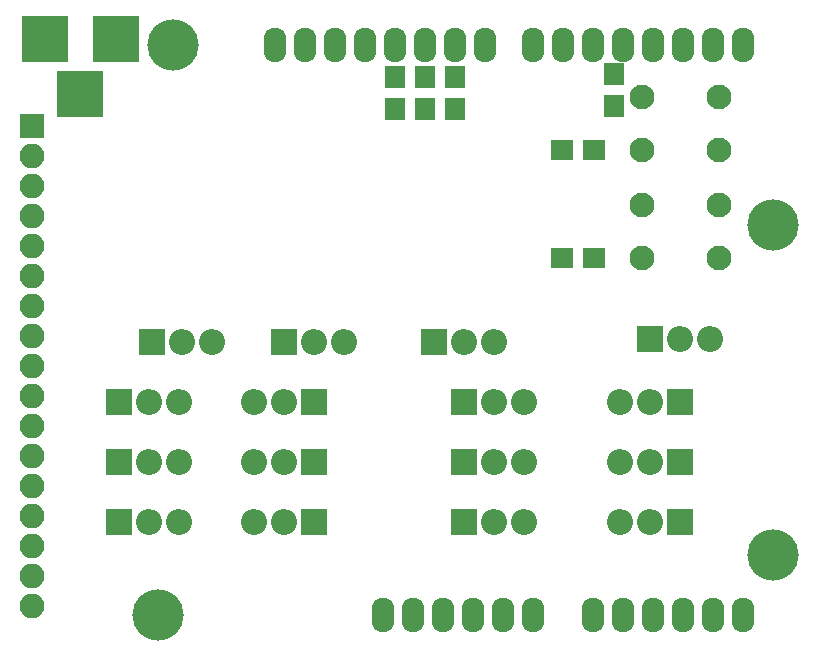
<source format=gbr>
G04 #@! TF.FileFunction,Soldermask,Top*
%FSLAX46Y46*%
G04 Gerber Fmt 4.6, Leading zero omitted, Abs format (unit mm)*
G04 Created by KiCad (PCBNEW 4.0.6) date 01/15/18 08:07:31*
%MOMM*%
%LPD*%
G01*
G04 APERTURE LIST*
%ADD10C,0.100000*%
%ADD11O,1.924000X2.940000*%
%ADD12C,4.337000*%
%ADD13R,3.900000X3.900000*%
%ADD14R,2.100000X2.100000*%
%ADD15O,2.100000X2.100000*%
%ADD16R,1.900000X1.700000*%
%ADD17R,1.700000X1.900000*%
%ADD18C,2.100000*%
%ADD19R,2.200000X2.200000*%
%ADD20O,2.200000X2.200000*%
G04 APERTURE END LIST*
D10*
D11*
X148844000Y-116586000D03*
X146304000Y-116586000D03*
X143764000Y-116586000D03*
X136144000Y-116586000D03*
X138684000Y-116586000D03*
X141224000Y-116586000D03*
X131064000Y-116586000D03*
X128524000Y-116586000D03*
X125984000Y-116586000D03*
X120904000Y-116586000D03*
X118364000Y-116586000D03*
X148844000Y-68326000D03*
X146304000Y-68326000D03*
X143764000Y-68326000D03*
X141224000Y-68326000D03*
X138684000Y-68326000D03*
X136144000Y-68326000D03*
X133604000Y-68326000D03*
X131064000Y-68326000D03*
X127000000Y-68326000D03*
X124460000Y-68326000D03*
X121920000Y-68326000D03*
X119380000Y-68326000D03*
X116840000Y-68326000D03*
X114300000Y-68326000D03*
X111760000Y-68326000D03*
X109220000Y-68326000D03*
X123444000Y-116586000D03*
D12*
X151384000Y-111506000D03*
X151384000Y-83566000D03*
X100584000Y-68326000D03*
X99314000Y-116586000D03*
D13*
X95758000Y-67818000D03*
X89758000Y-67818000D03*
X92758000Y-72518000D03*
D14*
X88646000Y-75184000D03*
D15*
X88646000Y-77724000D03*
X88646000Y-80264000D03*
X88646000Y-82804000D03*
X88646000Y-85344000D03*
X88646000Y-87884000D03*
X88646000Y-90424000D03*
X88646000Y-92964000D03*
X88646000Y-95504000D03*
X88646000Y-98044000D03*
X88646000Y-100584000D03*
X88646000Y-103124000D03*
X88646000Y-105664000D03*
X88646000Y-108204000D03*
X88646000Y-110744000D03*
X88646000Y-113284000D03*
X88646000Y-115824000D03*
D16*
X136224000Y-86360000D03*
X133524000Y-86360000D03*
X136224000Y-77216000D03*
X133524000Y-77216000D03*
D17*
X124460000Y-73740000D03*
X124460000Y-71040000D03*
X137922000Y-73486000D03*
X137922000Y-70786000D03*
X121920000Y-73740000D03*
X121920000Y-71040000D03*
X119380000Y-73740000D03*
X119380000Y-71040000D03*
D18*
X140312000Y-81860000D03*
X146812000Y-81860000D03*
X140312000Y-86360000D03*
X146812000Y-86360000D03*
X140312000Y-72716000D03*
X146812000Y-72716000D03*
X140312000Y-77216000D03*
X146812000Y-77216000D03*
D19*
X96012000Y-108712000D03*
D20*
X98552000Y-108712000D03*
X101092000Y-108712000D03*
D19*
X96012000Y-103632000D03*
D20*
X98552000Y-103632000D03*
X101092000Y-103632000D03*
D19*
X96012000Y-98552000D03*
D20*
X98552000Y-98552000D03*
X101092000Y-98552000D03*
D19*
X98806000Y-93472000D03*
D20*
X101346000Y-93472000D03*
X103886000Y-93472000D03*
D19*
X112522000Y-108712000D03*
D20*
X109982000Y-108712000D03*
X107442000Y-108712000D03*
D19*
X112522000Y-103632000D03*
D20*
X109982000Y-103632000D03*
X107442000Y-103632000D03*
D19*
X112522000Y-98552000D03*
D20*
X109982000Y-98552000D03*
X107442000Y-98552000D03*
D19*
X109982000Y-93472000D03*
D20*
X112522000Y-93472000D03*
X115062000Y-93472000D03*
D19*
X125222000Y-108712000D03*
D20*
X127762000Y-108712000D03*
X130302000Y-108712000D03*
D19*
X125222000Y-103632000D03*
D20*
X127762000Y-103632000D03*
X130302000Y-103632000D03*
D19*
X125222000Y-98552000D03*
D20*
X127762000Y-98552000D03*
X130302000Y-98552000D03*
D19*
X122682000Y-93472000D03*
D20*
X125222000Y-93472000D03*
X127762000Y-93472000D03*
D19*
X143510000Y-98552000D03*
D20*
X140970000Y-98552000D03*
X138430000Y-98552000D03*
D19*
X143510000Y-103632000D03*
D20*
X140970000Y-103632000D03*
X138430000Y-103632000D03*
D19*
X143510000Y-108712000D03*
D20*
X140970000Y-108712000D03*
X138430000Y-108712000D03*
D19*
X140970000Y-93218000D03*
D20*
X143510000Y-93218000D03*
X146050000Y-93218000D03*
M02*

</source>
